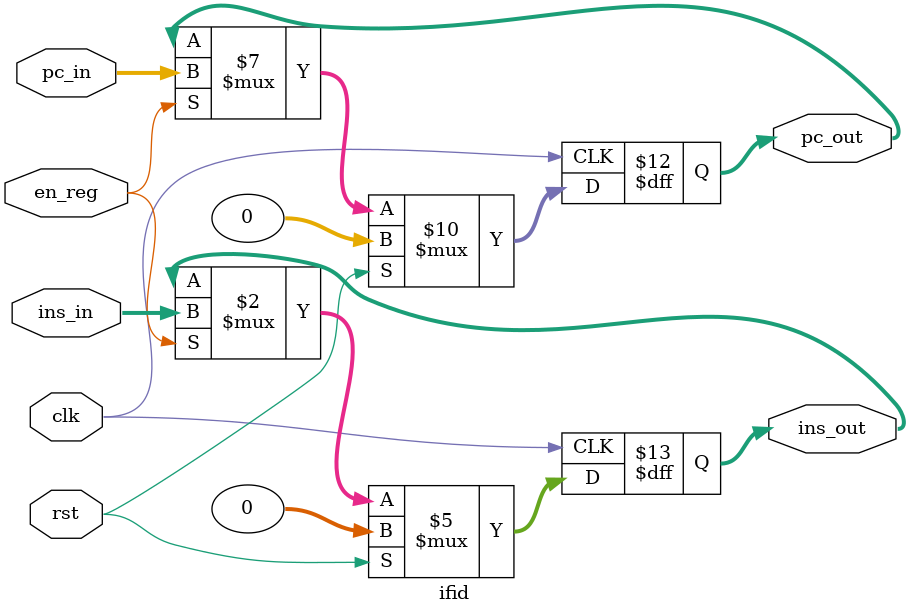
<source format=v>
module ifid ( clk, rst, en_reg, pc_out, ins_out, pc_in, ins_in );
    input clk, rst, en_reg;
    input[31:0]	pc_in, ins_in;
    output[31:0] pc_out, ins_out;
    reg [31:0] pc_out, ins_out;
   
    always @( posedge clk ) begin
        if ( rst ) begin
		pc_out  <= 32'b0;
		ins_out <= 32'b0;
	end
        else if ( en_reg ) begin
		pc_out  <= pc_in;
		ins_out <= ins_in;
	end
    end
endmodule
</source>
